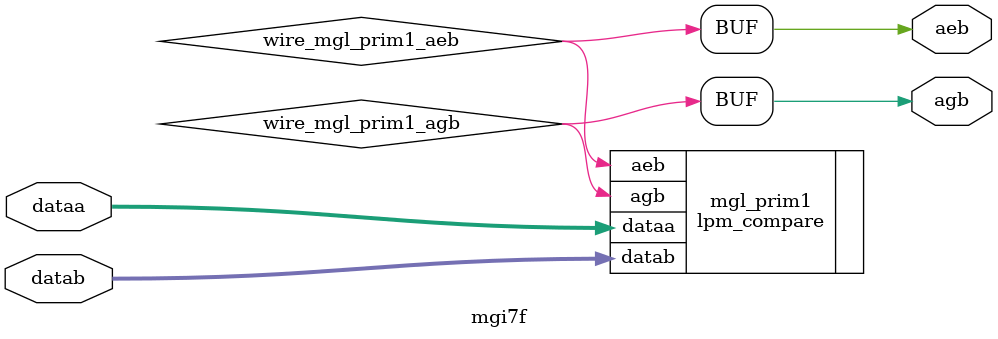
<source format=v>






//synthesis_resources = lpm_compare 1 
//synopsys translate_off
`timescale 1 ps / 1 ps
//synopsys translate_on
module  mgi7f
	( 
	aeb,
	agb,
	dataa,
	datab) /* synthesis synthesis_clearbox=1 */;
	output   aeb;
	output   agb;
	input   [7:0]  dataa;
	input   [7:0]  datab;

	wire  wire_mgl_prim1_aeb;
	wire  wire_mgl_prim1_agb;

	lpm_compare   mgl_prim1
	( 
	.aeb(wire_mgl_prim1_aeb),
	.agb(wire_mgl_prim1_agb),
	.dataa(dataa),
	.datab(datab));
	defparam
		mgl_prim1.lpm_representation = "UNSIGNED",
		mgl_prim1.lpm_type = "LPM_COMPARE",
		mgl_prim1.lpm_width = 8,
		mgl_prim1.lpm_hint = "ONE_INPUT_IS_CONSTANT=YES";
	assign
		aeb = wire_mgl_prim1_aeb,
		agb = wire_mgl_prim1_agb;
endmodule //mgi7f
//VALID FILE

</source>
